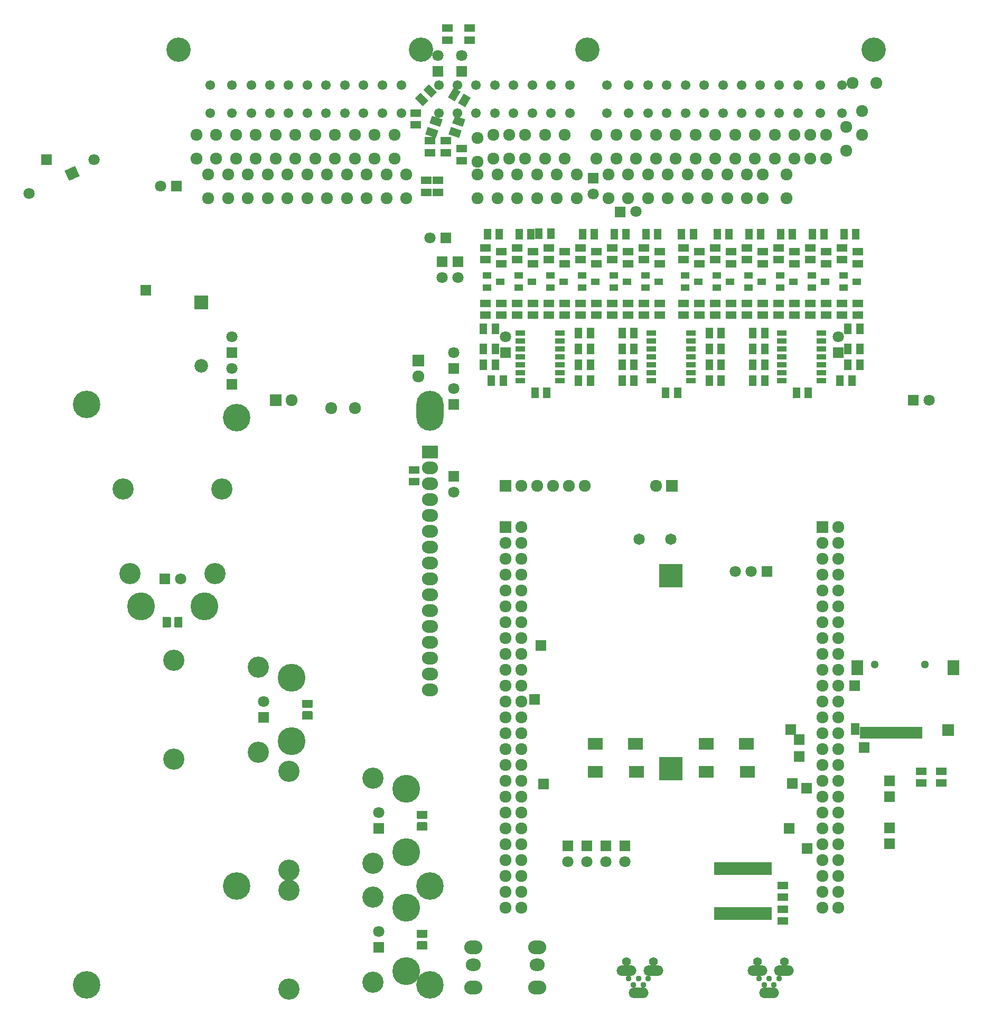
<source format=gbs>
G04 (created by PCBNEW (2013-07-07 BZR 4022)-stable) date 7/10/2014 10:27:14 PM*
%MOIN*%
G04 Gerber Fmt 3.4, Leading zero omitted, Abs format*
%FSLAX34Y34*%
G01*
G70*
G90*
G04 APERTURE LIST*
%ADD10C,0.00393701*%
%ADD11C,0.173248*%
%ADD12O,0.100748X0.080748*%
%ADD13R,0.100748X0.080748*%
%ADD14O,0.173228X0.251968*%
%ADD15C,0.075748*%
%ADD16C,0.061048*%
%ADD17C,0.153548*%
%ADD18R,0.070748X0.050748*%
%ADD19R,0.070748X0.070748*%
%ADD20C,0.070748*%
%ADD21R,0.145276X0.145276*%
%ADD22R,0.075748X0.075748*%
%ADD23C,0.071748*%
%ADD24R,0.0944882X0.0748031*%
%ADD25C,0.085748*%
%ADD26R,0.085748X0.085748*%
%ADD27R,0.055148X0.039348*%
%ADD28R,0.050748X0.070748*%
%ADD29R,0.060748X0.035748*%
%ADD30R,0.031748X0.080748*%
%ADD31R,0.045748X0.075748*%
%ADD32R,0.055748X0.075748*%
%ADD33R,0.075748X0.095748*%
%ADD34C,0.050748*%
%ADD35C,0.037748*%
%ADD36O,0.125748X0.065748*%
%ADD37C,0.055748*%
%ADD38O,0.094448X0.078748*%
%ADD39O,0.114148X0.086648*%
%ADD40C,0.133848*%
%ADD41R,0.060748X0.040748*%
%ADD42C,0.175748*%
%ADD43R,0.040748X0.060748*%
G04 APERTURE END LIST*
G54D10*
G54D11*
X57295Y-42584D03*
X57295Y-72112D03*
X69500Y-72112D03*
G54D12*
X69500Y-58750D03*
X69500Y-59750D03*
G54D13*
X69500Y-44750D03*
G54D12*
X69500Y-45750D03*
X69500Y-46750D03*
X69500Y-47750D03*
X69500Y-48750D03*
X69500Y-49750D03*
X69500Y-50750D03*
X69500Y-51750D03*
X69500Y-52750D03*
X69500Y-53750D03*
X69500Y-54750D03*
X69500Y-55750D03*
X69500Y-56750D03*
X69500Y-57750D03*
G54D14*
X69500Y-42167D03*
G54D11*
X69500Y-78364D03*
X47845Y-41750D03*
X47846Y-78364D03*
G54D15*
X78000Y-24750D03*
X78000Y-26250D03*
X61000Y-24750D03*
X61000Y-26250D03*
X59750Y-24750D03*
X59750Y-26250D03*
X58500Y-24750D03*
X58500Y-26250D03*
X57250Y-24750D03*
X57250Y-26250D03*
X54750Y-24750D03*
X54750Y-26250D03*
X56000Y-24750D03*
X56000Y-26250D03*
X87000Y-27250D03*
X87000Y-28750D03*
G54D16*
X55621Y-21628D03*
X55621Y-23400D03*
X56998Y-23400D03*
X56998Y-21628D03*
X61762Y-21628D03*
X61762Y-23400D03*
X60581Y-23400D03*
X60581Y-21628D03*
X58219Y-21628D03*
X58219Y-23400D03*
X59400Y-23400D03*
X59400Y-21628D03*
X64124Y-21628D03*
X64124Y-23400D03*
X62943Y-23400D03*
X62943Y-21628D03*
X65305Y-21628D03*
X65305Y-23400D03*
X66486Y-23400D03*
X66486Y-21628D03*
X73592Y-21628D03*
X73592Y-23400D03*
X72411Y-23400D03*
X72411Y-21628D03*
X70049Y-21628D03*
X70049Y-23400D03*
X71230Y-23400D03*
X71230Y-21628D03*
X75955Y-21628D03*
X75955Y-23400D03*
X74774Y-23400D03*
X74774Y-21628D03*
X77136Y-21628D03*
X77136Y-23400D03*
X67707Y-21628D03*
X67707Y-23400D03*
X78317Y-23400D03*
X78317Y-21628D03*
X82036Y-23400D03*
X82036Y-21628D03*
X80658Y-23400D03*
X80658Y-21628D03*
X86801Y-23400D03*
X86801Y-21628D03*
X85620Y-23400D03*
X85620Y-21628D03*
X83258Y-23400D03*
X83258Y-21628D03*
X84439Y-23400D03*
X84439Y-21628D03*
X89163Y-23400D03*
X89163Y-21628D03*
X87982Y-23400D03*
X87982Y-21628D03*
X90344Y-23400D03*
X90344Y-21628D03*
X91525Y-23400D03*
X91525Y-21628D03*
X92746Y-23400D03*
X92746Y-21628D03*
X94124Y-23400D03*
X94124Y-21628D03*
G54D17*
X53632Y-19384D03*
X68927Y-19384D03*
X79439Y-19384D03*
G54D16*
X95502Y-23400D03*
X95502Y-21628D03*
G54D17*
X97490Y-19384D03*
G54D15*
X75500Y-24750D03*
X75500Y-26250D03*
X77500Y-27250D03*
X77500Y-28750D03*
X76750Y-24750D03*
X76750Y-26250D03*
X78750Y-27250D03*
X78750Y-28750D03*
X80750Y-27250D03*
X80750Y-28750D03*
X80000Y-24750D03*
X80000Y-26250D03*
X82000Y-27250D03*
X82000Y-28750D03*
X81250Y-24750D03*
X81250Y-26250D03*
X83250Y-27250D03*
X83250Y-28750D03*
X82500Y-24750D03*
X82500Y-26250D03*
X84500Y-27250D03*
X84500Y-28750D03*
X83750Y-24750D03*
X83750Y-26250D03*
X85750Y-27250D03*
X85750Y-28750D03*
X85000Y-24750D03*
X85000Y-26250D03*
X76250Y-27250D03*
X76250Y-28750D03*
X86250Y-24750D03*
X86250Y-26250D03*
X88250Y-27250D03*
X88250Y-28750D03*
X87500Y-24750D03*
X87500Y-26250D03*
X89500Y-27250D03*
X89500Y-28750D03*
X88750Y-24750D03*
X88750Y-26250D03*
X90500Y-27250D03*
X90500Y-28750D03*
X90000Y-24750D03*
X90000Y-26250D03*
X92000Y-27250D03*
X92000Y-28750D03*
X91250Y-24750D03*
X91250Y-26250D03*
X93500Y-24750D03*
X93500Y-26250D03*
X92500Y-24750D03*
X92500Y-26250D03*
X95750Y-24250D03*
X95750Y-25750D03*
X94500Y-24750D03*
X94500Y-26250D03*
X96750Y-23250D03*
X96750Y-24750D03*
X96150Y-21500D03*
X97650Y-21500D03*
X65500Y-27250D03*
X65500Y-28750D03*
X56750Y-27250D03*
X56750Y-28750D03*
X58000Y-27250D03*
X58000Y-28750D03*
X59250Y-27250D03*
X59250Y-28750D03*
X60500Y-27250D03*
X60500Y-28750D03*
X61750Y-27250D03*
X61750Y-28750D03*
X63000Y-27250D03*
X63000Y-28750D03*
X62250Y-24750D03*
X62250Y-26250D03*
X64250Y-27250D03*
X64250Y-28750D03*
X63500Y-24750D03*
X63500Y-26250D03*
X55500Y-27250D03*
X55500Y-28750D03*
X64750Y-24750D03*
X64750Y-26250D03*
X66750Y-27250D03*
X66750Y-28750D03*
X66000Y-24750D03*
X66000Y-26250D03*
X68000Y-27250D03*
X68000Y-28750D03*
X67250Y-24750D03*
X67250Y-26250D03*
X72500Y-27250D03*
X72500Y-28750D03*
X72500Y-24950D03*
X72500Y-26450D03*
G54D18*
X68500Y-45875D03*
X68500Y-46625D03*
G54D19*
X74250Y-38500D03*
G54D20*
X74250Y-37500D03*
G54D19*
X95250Y-38500D03*
G54D20*
X95250Y-37500D03*
G54D19*
X70500Y-31250D03*
G54D20*
X69500Y-31250D03*
G54D21*
X84700Y-52537D03*
X84700Y-64730D03*
G54D19*
X78200Y-69584D03*
G54D20*
X78200Y-70584D03*
G54D19*
X79400Y-69584D03*
G54D20*
X79400Y-70584D03*
G54D19*
X80600Y-69584D03*
G54D20*
X80600Y-70584D03*
G54D19*
X81800Y-69584D03*
G54D20*
X81800Y-70584D03*
G54D19*
X90750Y-52284D03*
G54D20*
X89750Y-52284D03*
X88750Y-52284D03*
G54D22*
X74250Y-49484D03*
G54D15*
X75250Y-49484D03*
X74250Y-50484D03*
X75250Y-50484D03*
X74250Y-51484D03*
X75250Y-51484D03*
X74250Y-52484D03*
X75250Y-52484D03*
X74250Y-53484D03*
X75250Y-53484D03*
X74250Y-54484D03*
X75250Y-54484D03*
X74250Y-55484D03*
X75250Y-55484D03*
X74250Y-56484D03*
X75250Y-56484D03*
X74250Y-57484D03*
X75250Y-57484D03*
X74250Y-58484D03*
X75250Y-58484D03*
X74250Y-59484D03*
X75250Y-59484D03*
X74250Y-60484D03*
X75250Y-60484D03*
X74250Y-61484D03*
X75250Y-61484D03*
X74250Y-62484D03*
X75250Y-62484D03*
X74250Y-63484D03*
X75250Y-63484D03*
X74250Y-64484D03*
X75250Y-64484D03*
X74250Y-65484D03*
X75250Y-65484D03*
X74250Y-66484D03*
X75250Y-66484D03*
X74250Y-67484D03*
X75250Y-67484D03*
X74250Y-68484D03*
X75250Y-68484D03*
X74250Y-69484D03*
X75250Y-69484D03*
X74250Y-70484D03*
X75250Y-70484D03*
X74250Y-71484D03*
X75250Y-71484D03*
X74250Y-72484D03*
X75250Y-72484D03*
X74250Y-73484D03*
X75250Y-73484D03*
G54D22*
X94250Y-49484D03*
G54D15*
X95250Y-49484D03*
X94250Y-50484D03*
X95250Y-50484D03*
X94250Y-51484D03*
X95250Y-51484D03*
X94250Y-52484D03*
X95250Y-52484D03*
X94250Y-53484D03*
X95250Y-53484D03*
X94250Y-54484D03*
X95250Y-54484D03*
X94250Y-55484D03*
X95250Y-55484D03*
X94250Y-56484D03*
X95250Y-56484D03*
X94250Y-57484D03*
X95250Y-57484D03*
X94250Y-58484D03*
X95250Y-58484D03*
X94250Y-59484D03*
X95250Y-59484D03*
X94250Y-60484D03*
X95250Y-60484D03*
X94250Y-61484D03*
X95250Y-61484D03*
X94250Y-62484D03*
X95250Y-62484D03*
X94250Y-63484D03*
X95250Y-63484D03*
X94250Y-64484D03*
X95250Y-64484D03*
X94250Y-65484D03*
X95250Y-65484D03*
X94250Y-66484D03*
X95250Y-66484D03*
X94250Y-67484D03*
X95250Y-67484D03*
X94250Y-68484D03*
X95250Y-68484D03*
X94250Y-69484D03*
X95250Y-69484D03*
X94250Y-70484D03*
X95250Y-70484D03*
X94250Y-71484D03*
X95250Y-71484D03*
X94250Y-72484D03*
X95250Y-72484D03*
X94250Y-73484D03*
X95250Y-73484D03*
G54D22*
X84750Y-46884D03*
G54D15*
X83750Y-46884D03*
G54D22*
X74250Y-46884D03*
G54D15*
X75250Y-46884D03*
X76250Y-46884D03*
X77250Y-46884D03*
X78250Y-46884D03*
X79250Y-46884D03*
G54D23*
X82700Y-50234D03*
X84700Y-50234D03*
G54D24*
X86920Y-63148D03*
X89479Y-63148D03*
X89518Y-64919D03*
X86920Y-64919D03*
X79920Y-63148D03*
X82479Y-63148D03*
X82518Y-64919D03*
X79920Y-64919D03*
G54D18*
X69250Y-27625D03*
X69250Y-28375D03*
G54D10*
G36*
X69632Y-23538D02*
X70297Y-23780D01*
X70123Y-24257D01*
X69459Y-24015D01*
X69632Y-23538D01*
X69632Y-23538D01*
G37*
G36*
X69376Y-24242D02*
X70040Y-24484D01*
X69867Y-24961D01*
X69202Y-24719D01*
X69376Y-24242D01*
X69376Y-24242D01*
G37*
G36*
X69444Y-21555D02*
X69944Y-22055D01*
X69585Y-22414D01*
X69085Y-21914D01*
X69444Y-21555D01*
X69444Y-21555D01*
G37*
G36*
X68914Y-22085D02*
X69414Y-22585D01*
X69055Y-22944D01*
X68555Y-22444D01*
X68914Y-22085D01*
X68914Y-22085D01*
G37*
G36*
X70628Y-22391D02*
X70982Y-21779D01*
X71421Y-22033D01*
X71068Y-22645D01*
X70628Y-22391D01*
X70628Y-22391D01*
G37*
G36*
X71278Y-22766D02*
X71631Y-22154D01*
X72071Y-22408D01*
X71717Y-23020D01*
X71278Y-22766D01*
X71278Y-22766D01*
G37*
G36*
X71082Y-23538D02*
X71747Y-23780D01*
X71573Y-24257D01*
X70909Y-24015D01*
X71082Y-23538D01*
X71082Y-23538D01*
G37*
G36*
X70826Y-24242D02*
X71490Y-24484D01*
X71317Y-24961D01*
X70652Y-24719D01*
X70826Y-24242D01*
X70826Y-24242D01*
G37*
G54D18*
X69500Y-25125D03*
X69500Y-25875D03*
X68600Y-23375D03*
X68600Y-24125D03*
X71500Y-25625D03*
X71500Y-26375D03*
X70500Y-25125D03*
X70500Y-25875D03*
X70000Y-28375D03*
X70000Y-27625D03*
G54D19*
X51556Y-34560D03*
G54D25*
X55056Y-39310D03*
G54D26*
X55056Y-35310D03*
G54D10*
G36*
X46744Y-27646D02*
X46445Y-27005D01*
X47086Y-26706D01*
X47385Y-27347D01*
X46744Y-27646D01*
X46744Y-27646D01*
G37*
G54D20*
X44196Y-28443D03*
G54D19*
X45306Y-26310D03*
G54D20*
X48306Y-26310D03*
G54D19*
X53500Y-28000D03*
G54D20*
X52500Y-28000D03*
G54D22*
X59750Y-41500D03*
G54D15*
X60750Y-41500D03*
G54D27*
X91584Y-34382D03*
X92416Y-34007D03*
X91584Y-33632D03*
X77084Y-34382D03*
X77916Y-34007D03*
X77084Y-33632D03*
X79084Y-34382D03*
X79916Y-34007D03*
X79084Y-33632D03*
X93584Y-34382D03*
X94416Y-34007D03*
X93584Y-33632D03*
X89584Y-34382D03*
X90416Y-34007D03*
X89584Y-33632D03*
X95584Y-34382D03*
X96416Y-34007D03*
X95584Y-33632D03*
X85584Y-34382D03*
X86416Y-34007D03*
X85584Y-33632D03*
X87584Y-34382D03*
X88416Y-34007D03*
X87584Y-33632D03*
X81084Y-34382D03*
X81916Y-34007D03*
X81084Y-33632D03*
X83084Y-34382D03*
X83916Y-34007D03*
X83084Y-33632D03*
X75084Y-34382D03*
X75916Y-34007D03*
X75084Y-33632D03*
X73084Y-34382D03*
X73916Y-34007D03*
X73084Y-33632D03*
G54D19*
X71000Y-41750D03*
G54D20*
X71000Y-40750D03*
G54D19*
X71000Y-39500D03*
G54D20*
X71000Y-38500D03*
G54D28*
X92625Y-41007D03*
X93375Y-41007D03*
X76875Y-41007D03*
X76125Y-41007D03*
X84375Y-41007D03*
X85125Y-41007D03*
X96625Y-39250D03*
X95875Y-39250D03*
X95375Y-40257D03*
X96125Y-40257D03*
X95625Y-31007D03*
X96375Y-31007D03*
X96625Y-38250D03*
X95875Y-38250D03*
X95875Y-37000D03*
X96625Y-37000D03*
X93625Y-31007D03*
X94375Y-31007D03*
X89875Y-38257D03*
X90625Y-38257D03*
X90625Y-37257D03*
X89875Y-37257D03*
X91625Y-31007D03*
X92375Y-31007D03*
X89625Y-31007D03*
X90375Y-31007D03*
X90625Y-40257D03*
X89875Y-40257D03*
X89875Y-39257D03*
X90625Y-39257D03*
G54D18*
X96500Y-35382D03*
X96500Y-36132D03*
X95500Y-31882D03*
X95500Y-32632D03*
X93500Y-35382D03*
X93500Y-36132D03*
X95500Y-35382D03*
X95500Y-36132D03*
X94500Y-35382D03*
X94500Y-36132D03*
X93500Y-31882D03*
X93500Y-32632D03*
X92500Y-35382D03*
X92500Y-36132D03*
X91500Y-31882D03*
X91500Y-32632D03*
X90500Y-35382D03*
X90500Y-36132D03*
G54D28*
X87875Y-39257D03*
X87125Y-39257D03*
G54D18*
X86500Y-35382D03*
X86500Y-36132D03*
X88500Y-35382D03*
X88500Y-36132D03*
X94500Y-32132D03*
X94500Y-32882D03*
X96500Y-32132D03*
X96500Y-32882D03*
G54D28*
X87625Y-31007D03*
X88375Y-31007D03*
X87125Y-40257D03*
X87875Y-40257D03*
X79625Y-39257D03*
X78875Y-39257D03*
X78875Y-40257D03*
X79625Y-40257D03*
X79125Y-31007D03*
X79875Y-31007D03*
X77125Y-31000D03*
X76375Y-31000D03*
X78875Y-37257D03*
X79625Y-37257D03*
X79625Y-38257D03*
X78875Y-38257D03*
G54D18*
X80000Y-35382D03*
X80000Y-36132D03*
X79000Y-35382D03*
X79000Y-36132D03*
X79000Y-31882D03*
X79000Y-32632D03*
X78000Y-35382D03*
X78000Y-36132D03*
X77000Y-35382D03*
X77000Y-36132D03*
X77000Y-31882D03*
X77000Y-32632D03*
X91500Y-35382D03*
X91500Y-36132D03*
X89500Y-35382D03*
X89500Y-36132D03*
X87500Y-35382D03*
X87500Y-36132D03*
X85500Y-35382D03*
X85500Y-36132D03*
G54D28*
X85375Y-31007D03*
X86125Y-31007D03*
G54D18*
X81000Y-35382D03*
X81000Y-36132D03*
X83000Y-35382D03*
X83000Y-36132D03*
G54D28*
X82375Y-37257D03*
X81625Y-37257D03*
X81625Y-38257D03*
X82375Y-38257D03*
G54D18*
X81000Y-31882D03*
X81000Y-32632D03*
X82000Y-35382D03*
X82000Y-36132D03*
X83000Y-31882D03*
X83000Y-32632D03*
X84000Y-35382D03*
X84000Y-36132D03*
G54D28*
X81625Y-39257D03*
X82375Y-39257D03*
X82375Y-40257D03*
X81625Y-40257D03*
X81125Y-31007D03*
X81875Y-31007D03*
X83125Y-31007D03*
X83875Y-31007D03*
G54D18*
X92500Y-32132D03*
X92500Y-32882D03*
X90500Y-32132D03*
X90500Y-32882D03*
X78000Y-32132D03*
X78000Y-32882D03*
X80000Y-32132D03*
X80000Y-32882D03*
X82000Y-32132D03*
X82000Y-32882D03*
G54D28*
X87125Y-37257D03*
X87875Y-37257D03*
X87875Y-38257D03*
X87125Y-38257D03*
X72875Y-38250D03*
X73625Y-38250D03*
X73625Y-37000D03*
X72875Y-37000D03*
X75125Y-31007D03*
X75875Y-31007D03*
X73125Y-31007D03*
X73875Y-31007D03*
X74125Y-40257D03*
X73375Y-40257D03*
X72875Y-39250D03*
X73625Y-39250D03*
G54D18*
X76000Y-35382D03*
X76000Y-36132D03*
X75000Y-35382D03*
X75000Y-36132D03*
X75000Y-31882D03*
X75000Y-32632D03*
X74000Y-35382D03*
X74000Y-36132D03*
X73000Y-35382D03*
X73000Y-36132D03*
X73000Y-31882D03*
X73000Y-32632D03*
X74000Y-32132D03*
X74000Y-32882D03*
X76000Y-32132D03*
X76000Y-32882D03*
G54D29*
X91700Y-40257D03*
X91700Y-39757D03*
X91700Y-39257D03*
X91700Y-38757D03*
X91700Y-38257D03*
X91700Y-37757D03*
X91700Y-37257D03*
X94200Y-37257D03*
X94200Y-37757D03*
X94200Y-38757D03*
X94200Y-39257D03*
X94200Y-39757D03*
X94200Y-40257D03*
X94200Y-38257D03*
X83450Y-40257D03*
X83450Y-39757D03*
X83450Y-39257D03*
X83450Y-38757D03*
X83450Y-38257D03*
X83450Y-37757D03*
X83450Y-37257D03*
X85950Y-37257D03*
X85950Y-37757D03*
X85950Y-38757D03*
X85950Y-39257D03*
X85950Y-39757D03*
X85950Y-40257D03*
X85950Y-38257D03*
X75200Y-40257D03*
X75200Y-39757D03*
X75200Y-39257D03*
X75200Y-38757D03*
X75200Y-38257D03*
X75200Y-37757D03*
X75200Y-37257D03*
X77700Y-37257D03*
X77700Y-37757D03*
X77700Y-38757D03*
X77700Y-39257D03*
X77700Y-39757D03*
X77700Y-40257D03*
X77700Y-38257D03*
G54D18*
X91750Y-72075D03*
X91750Y-72825D03*
X91750Y-74325D03*
X91750Y-73575D03*
G54D30*
X89122Y-71033D03*
X89378Y-71033D03*
X89634Y-71033D03*
X89890Y-71033D03*
X88354Y-73867D03*
X88354Y-71033D03*
X88610Y-71033D03*
X88866Y-71033D03*
X90146Y-73867D03*
X89890Y-73867D03*
X89634Y-73867D03*
X89378Y-73867D03*
X89122Y-73867D03*
X88866Y-73867D03*
X90146Y-71033D03*
X88610Y-73867D03*
X88098Y-73867D03*
X87843Y-73867D03*
X87587Y-73867D03*
X87587Y-71033D03*
X87843Y-71033D03*
X88098Y-71033D03*
X90402Y-71033D03*
X90657Y-71033D03*
X90913Y-71033D03*
X90913Y-73867D03*
X90657Y-73867D03*
X90402Y-73867D03*
G54D31*
X100332Y-62450D03*
X99899Y-62450D03*
X99466Y-62450D03*
X99033Y-62450D03*
X98600Y-62450D03*
X98166Y-62450D03*
X97733Y-62450D03*
X97300Y-62450D03*
X96867Y-62450D03*
G54D32*
X96337Y-62213D03*
G54D33*
X96474Y-58366D03*
X102537Y-58366D03*
G54D22*
X102214Y-62295D03*
G54D34*
X97576Y-58158D03*
X100725Y-58158D03*
G54D19*
X81500Y-29625D03*
G54D20*
X82500Y-29600D03*
G54D19*
X79800Y-27500D03*
G54D20*
X79800Y-28500D03*
G54D19*
X100000Y-41500D03*
G54D20*
X101000Y-41500D03*
G54D19*
X57000Y-38500D03*
G54D20*
X57000Y-37500D03*
G54D19*
X57000Y-40500D03*
G54D20*
X57000Y-39500D03*
G54D22*
X68750Y-39000D03*
G54D15*
X68750Y-40000D03*
X74500Y-24750D03*
X74500Y-26250D03*
X75000Y-27250D03*
X75000Y-28750D03*
X73500Y-24750D03*
X73500Y-26250D03*
X73750Y-27250D03*
X73750Y-28750D03*
G54D18*
X89500Y-31875D03*
X89500Y-32625D03*
X87500Y-31875D03*
X87500Y-32625D03*
X85500Y-31875D03*
X85500Y-32625D03*
X88500Y-32125D03*
X88500Y-32875D03*
X86500Y-32125D03*
X86500Y-32875D03*
X84000Y-32125D03*
X84000Y-32875D03*
G54D35*
X82020Y-77953D03*
X82335Y-78346D03*
X82650Y-77953D03*
X82964Y-78346D03*
X83279Y-77953D03*
G54D36*
X82650Y-78838D03*
X81901Y-77461D03*
X83594Y-77461D03*
G54D37*
X81900Y-76900D03*
X83600Y-76900D03*
X90150Y-76900D03*
X91850Y-76900D03*
G54D35*
X90270Y-77953D03*
X90585Y-78346D03*
X90900Y-77953D03*
X91214Y-78346D03*
X91529Y-77953D03*
G54D36*
X90900Y-78838D03*
X90151Y-77461D03*
X91844Y-77461D03*
G54D18*
X70600Y-18025D03*
X70600Y-18775D03*
X72000Y-18025D03*
X72000Y-18775D03*
G54D19*
X71500Y-20750D03*
G54D20*
X71500Y-19750D03*
G54D19*
X70000Y-20750D03*
G54D20*
X70000Y-19750D03*
G54D38*
X72222Y-77072D03*
X76278Y-77072D03*
G54D39*
X76278Y-75970D03*
X72222Y-75970D03*
X76278Y-78530D03*
X72222Y-78530D03*
G54D18*
X101750Y-65625D03*
X101750Y-64875D03*
X100500Y-65625D03*
X100500Y-64875D03*
G54D19*
X70250Y-32750D03*
G54D20*
X70250Y-33750D03*
G54D19*
X71250Y-32750D03*
G54D20*
X71250Y-33750D03*
G54D15*
X64750Y-42000D03*
X63250Y-42000D03*
G54D19*
X71000Y-46300D03*
G54D20*
X71000Y-47300D03*
G54D19*
X92800Y-62900D03*
X93300Y-69750D03*
X96300Y-59500D03*
X92250Y-62250D03*
X96900Y-63400D03*
X92800Y-63950D03*
X98500Y-65500D03*
X92350Y-65650D03*
X98500Y-66500D03*
X93250Y-65950D03*
X76650Y-65700D03*
X76100Y-60350D03*
X76500Y-56950D03*
X98500Y-68450D03*
X92150Y-68500D03*
X98500Y-69450D03*
G54D40*
X60593Y-78610D03*
X60593Y-72390D03*
X65907Y-78177D03*
X65907Y-72823D03*
G54D18*
X69000Y-75875D03*
X69000Y-75125D03*
G54D41*
X69000Y-75800D03*
X69000Y-75200D03*
G54D19*
X66250Y-76000D03*
G54D20*
X66250Y-75000D03*
G54D42*
X68000Y-77500D03*
X68000Y-73500D03*
G54D40*
X60593Y-71110D03*
X60593Y-64890D03*
X65907Y-70677D03*
X65907Y-65323D03*
G54D18*
X69000Y-68375D03*
X69000Y-67625D03*
G54D41*
X69000Y-68300D03*
X69000Y-67700D03*
G54D19*
X66250Y-68500D03*
G54D20*
X66250Y-67500D03*
G54D42*
X68000Y-70000D03*
X68000Y-66000D03*
G54D40*
X53343Y-64110D03*
X53343Y-57890D03*
X58657Y-63677D03*
X58657Y-58323D03*
G54D18*
X61750Y-61375D03*
X61750Y-60625D03*
G54D41*
X61750Y-61300D03*
X61750Y-60700D03*
G54D19*
X59000Y-61500D03*
G54D20*
X59000Y-60500D03*
G54D42*
X60750Y-59000D03*
X60750Y-63000D03*
G54D40*
X50140Y-47093D03*
X56360Y-47093D03*
X50573Y-52407D03*
X55927Y-52407D03*
G54D28*
X52875Y-55500D03*
X53625Y-55500D03*
G54D43*
X52950Y-55500D03*
X53550Y-55500D03*
G54D19*
X52750Y-52750D03*
G54D20*
X53750Y-52750D03*
G54D42*
X55250Y-54500D03*
X51250Y-54500D03*
M02*

</source>
